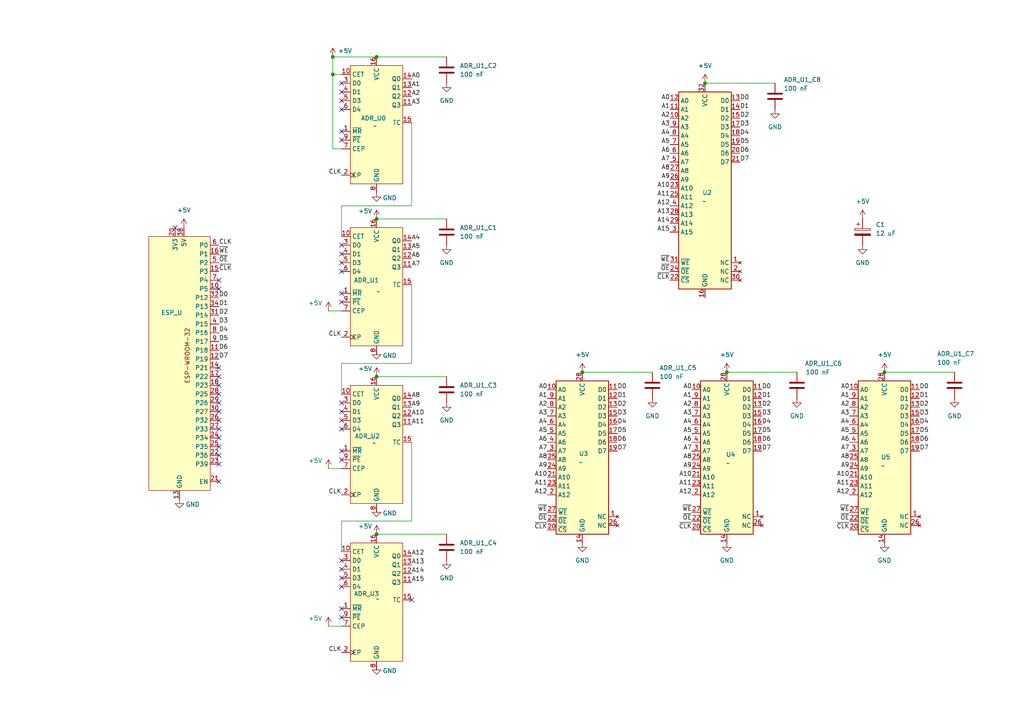
<source format=kicad_sch>
(kicad_sch (version 20250114) (generator "eeschema") (generator_version "9.0")
  (paper "A4")
  (title_block (title "EEPROM flasher") (date "2025-09-18") (rev "1") (company "Sergio Miguéns Iglesias"))
  (lib_symbols
    (symbol "Device:C" (pin_numbers (hide yes)) (pin_names (offset 0.254))
      (property "Reference" "C" (at 0.635 2.54 0))
      (property "Value" "C" (at 0.635 -2.54 0))
      (symbol "C_0_1"
        (polyline (pts (xy -2.032 0.762) (xy 2.032 0.762)) (stroke (width 0.508)))
        (polyline (pts (xy -2.032 -0.762) (xy 2.032 -0.762)) (stroke (width 0.508)))
      )
      (symbol "C_1_1"
        (pin passive line (at 0 3.81 270) (length 2.794) (name "~") (number "1"))
        (pin passive line (at 0 -3.81 90) (length 2.794) (name "~") (number "2"))
      )
    )
    (symbol "Device:C_Polarized" (pin_numbers (hide yes)) (pin_names (offset 0.254))
      (property "Reference" "C" (at 0.635 2.54 0))
      (property "Value" "C_Polarized" (at 0.635 -2.54 0))
      (symbol "C_Polarized_0_1"
        (rectangle (start -2.286 0.508) (end 2.286 1.016))
        (polyline (pts (xy -1.778 2.286) (xy -0.762 2.286)))
        (polyline (pts (xy -1.27 2.794) (xy -1.27 1.778)))
        (rectangle (start 2.286 -0.508) (end -2.286 -1.016) (fill (type outline)))
      )
      (symbol "C_Polarized_1_1"
        (pin passive line (at 0 3.81 270) (length 2.794) (name "~") (number "1"))
        (pin passive line (at 0 -3.81 90) (length 2.794) (name "~") (number "2"))
      )
    )
    (symbol "custom:28C512"
      (property "Reference" "U" (at 0.254 -0.254 0))
      (symbol "28C512_1_1"
        (rectangle (start -7.62 29.21) (end 7.62 -27.94) (stroke (width 0.254)) (fill (type background)))
        (pin input line (at -10.16 26.67 0) (length 2.54) (name "A0") (number "12"))
        (pin input line (at -10.16 24.13 0) (length 2.54) (name "A1") (number "11"))
        (pin input line (at -10.16 21.59 0) (length 2.54) (name "A2") (number "10"))
        (pin input line (at -10.16 19.05 0) (length 2.54) (name "A3") (number "9"))
        (pin input line (at -10.16 16.51 0) (length 2.54) (name "A4") (number "8"))
        (pin input line (at -10.16 13.97 0) (length 2.54) (name "A5") (number "7"))
        (pin input line (at -10.16 11.43 0) (length 2.54) (name "A6") (number "6"))
        (pin input line (at -10.16 8.89 0) (length 2.54) (name "A7") (number "5"))
        (pin input line (at -10.16 6.35 0) (length 2.54) (name "A8") (number "27"))
        (pin input line (at -10.16 3.81 0) (length 2.54) (name "A9") (number "26"))
        (pin input line (at -10.16 1.27 0) (length 2.54) (name "A10") (number "23"))
        (pin input line (at -10.16 -1.27 0) (length 2.54) (name "A11") (number "25"))
        (pin input line (at -10.16 -3.81 0) (length 2.54) (name "A12") (number "4"))
        (pin input line (at -10.16 -6.35 0) (length 2.54) (name "A13") (number "28"))
        (pin input line (at -10.16 -8.89 0) (length 2.54) (name "A14") (number "29"))
        (pin input line (at -10.16 -11.43 0) (length 2.54) (name "A15") (number "3"))
        (pin input line (at -10.16 -20.32 0) (length 2.54) (name "~{WE}") (number "31"))
        (pin input line (at -10.16 -22.86 0) (length 2.54) (name "~{OE}") (number "24"))
        (pin input line (at -10.16 -25.4 0) (length 2.54) (name "~{CS}") (number "22"))
        (pin power_in line (at 0 31.75 270) (length 2.54) (name "VCC") (number "32"))
        (pin power_in line (at 0 -30.48 90) (length 2.54) (name "GND") (number "16"))
        (pin tri_state line (at 10.16 26.67 180) (length 2.54) (name "D0") (number "13"))
        (pin tri_state line (at 10.16 24.13 180) (length 2.54) (name "D1") (number "14"))
        (pin tri_state line (at 10.16 21.59 180) (length 2.54) (name "D2") (number "15"))
        (pin tri_state line (at 10.16 19.05 180) (length 2.54) (name "D3") (number "17"))
        (pin tri_state line (at 10.16 16.51 180) (length 2.54) (name "D4") (number "18"))
        (pin tri_state line (at 10.16 13.97 180) (length 2.54) (name "D5") (number "19"))
        (pin tri_state line (at 10.16 11.43 180) (length 2.54) (name "D6") (number "20"))
        (pin tri_state line (at 10.16 8.89 180) (length 2.54) (name "D7") (number "21"))
        (pin no_connect line (at 10.16 -20.32 180) (length 2.54) (name "NC") (number "1"))
        (pin no_connect line (at 10.16 -22.86 180) (length 2.54) (name "NC") (number "2"))
        (pin no_connect line (at 10.16 -25.4 180) (length 2.54) (name "NC") (number "30"))
      )
    )
    (symbol "custom:28C64"
      (property "Reference" "U" (at 0 0 0))
      (symbol "28C64_1_1"
        (rectangle (start -7.62 22.86) (end 7.62 -21.59) (stroke (width 0.254)) (fill (type background)))
        (pin input line (at -10.16 20.32 0) (length 2.54) (name "A0") (number "10"))
        (pin input line (at -10.16 17.78 0) (length 2.54) (name "A1") (number "9"))
        (pin input line (at -10.16 15.24 0) (length 2.54) (name "A2") (number "8"))
        (pin input line (at -10.16 12.7 0) (length 2.54) (name "A3") (number "7"))
        (pin input line (at -10.16 10.16 0) (length 2.54) (name "A4") (number "6"))
        (pin input line (at -10.16 7.62 0) (length 2.54) (name "A5") (number "5"))
        (pin input line (at -10.16 5.08 0) (length 2.54) (name "A6") (number "4"))
        (pin input line (at -10.16 2.54 0) (length 2.54) (name "A7") (number "3"))
        (pin input line (at -10.16 0 0) (length 2.54) (name "A8") (number "25"))
        (pin input line (at -10.16 -2.54 0) (length 2.54) (name "A9") (number "24"))
        (pin input line (at -10.16 -5.08 0) (length 2.54) (name "A10") (number "21"))
        (pin input line (at -10.16 -7.62 0) (length 2.54) (name "A11") (number "23"))
        (pin input line (at -10.16 -10.16 0) (length 2.54) (name "A12") (number "2"))
        (pin input line (at -10.16 -15.24 0) (length 2.54) (name "~{WE}") (number "27"))
        (pin input line (at -10.16 -17.78 0) (length 2.54) (name "~{OE}") (number "22"))
        (pin input line (at -10.16 -20.32 0) (length 2.54) (name "~{CS}") (number "20"))
        (pin power_in line (at 0 25.4 270) (length 2.54) (name "VCC") (number "28"))
        (pin power_in line (at 0 -24.13 90) (length 2.54) (name "GND") (number "14"))
        (pin tri_state line (at 10.16 20.32 180) (length 2.54) (name "D0") (number "11"))
        (pin tri_state line (at 10.16 17.78 180) (length 2.54) (name "D1") (number "12"))
        (pin tri_state line (at 10.16 15.24 180) (length 2.54) (name "D2") (number "13"))
        (pin tri_state line (at 10.16 12.7 180) (length 2.54) (name "D3") (number "15"))
        (pin tri_state line (at 10.16 10.16 180) (length 2.54) (name "D4") (number "16"))
        (pin tri_state line (at 10.16 7.62 180) (length 2.54) (name "D5") (number "17"))
        (pin tri_state line (at 10.16 5.08 180) (length 2.54) (name "D6") (number "18"))
        (pin tri_state line (at 10.16 2.54 180) (length 2.54) (name "D7") (number "19"))
        (pin no_connect line (at 10.16 -16.51 180) (length 2.54) (name "NC") (number "1"))
        (pin no_connect line (at 10.16 -19.05 180) (length 2.54) (name "NC") (number "26"))
      )
    )
    (symbol "custom:74HC161"
      (property "Reference" "U" (at 0 0 0))
      (symbol "74HC161_1_1"
        (rectangle (start -7.62 16.51) (end 7.62 -17.78) (fill (type background)))
        (pin input line (at -10.16 13.97 0) (length 2.54) (name "CET") (number "10"))
        (pin input line (at -10.16 11.43 0) (length 2.54) (name "D0") (number "3"))
        (pin input line (at -10.16 8.89 0) (length 2.54) (name "D1") (number "4"))
        (pin input line (at -10.16 6.35 0) (length 2.54) (name "D3") (number "5"))
        (pin input line (at -10.16 3.81 0) (length 2.54) (name "D4") (number "6"))
        (pin input line (at -10.16 -2.54 0) (length 2.54) (name "~{MR}") (number "1"))
        (pin input line (at -10.16 -5.08 0) (length 2.54) (name "~{PE}") (number "9"))
        (pin input line (at -10.16 -7.62 0) (length 2.54) (name "CEP") (number "7"))
        (pin input clock (at -10.16 -15.24 0) (length 2.54) (name "CP") (number "2"))
        (pin power_in line (at 0 19.05 270) (length 2.54) (name "VCC") (number "16"))
        (pin power_in line (at 0 -20.32 90) (length 2.54) (name "GND") (number "8"))
        (pin output line (at 10.16 12.7 180) (length 2.54) (name "Q0") (number "14"))
        (pin output line (at 10.16 10.16 180) (length 2.54) (name "Q1") (number "13"))
        (pin output line (at 10.16 7.62 180) (length 2.54) (name "Q2") (number "12"))
        (pin output line (at 10.16 5.08 180) (length 2.54) (name "Q3") (number "11"))
        (pin output line (at 10.16 0 180) (length 2.54) (name "TC") (number "15"))
      )
    )
    (symbol "custom:ESP-WROOM-32-DevKit"
      (property "Reference" "U" (at 0 1.27 0))
      (symbol "ESP-WROOM-32-DevKit_1_1"
        (rectangle (start -8.89 36.83) (end 8.89 -36.83) (fill (type background)))
        (text "ESP-WROOM-32" (at 2.286 2.286 900) (effects (font (size 1.27 1.27))))
        (pin power_in line (at -1.27 39.37 270) (length 2.54) (name "3V3") (number "20"))
        (pin power_in line (at 0 -39.37 90) (length 2.54) (name "GND") (number "13"))
        (pin power_in line (at 0 -39.37 90) (length 2.54) (hide yes) (name "GND") (number "19"))
        (pin bidirectional line (at 0 -39.37 90) (length 2.54) (hide yes) (name "GND") (number "33"))
        (pin bidirectional line (at 0 -39.37 90) (length 2.54) (hide yes) (name "CMD") (number "37"))
        (pin power_in line (at 1.27 39.37 270) (length 2.54) (name "5V") (number "38"))
        (pin bidirectional line (at 11.43 48.26 180) (length 2.54) (hide yes) (name "CLK") (number "1"))
        (pin bidirectional line (at 11.43 45.72 180) (length 2.54) (hide yes) (name "SD0") (number "2"))
        (pin bidirectional line (at 11.43 43.18 180) (length 2.54) (hide yes) (name "SD1") (number "3"))
        (pin bidirectional line (at 11.43 40.64 180) (length 2.54) (hide yes) (name "SD3") (number "36"))
        (pin bidirectional line (at 11.43 38.1 180) (length 2.54) (hide yes) (name "SD2") (number "35"))
        (pin bidirectional line (at 11.43 34.29 180) (length 2.54) (name "P0") (number "6"))
        (pin bidirectional line (at 11.43 31.75 180) (length 2.54) (name "P1") (number "16"))
        (pin bidirectional line (at 11.43 29.21 180) (length 2.54) (name "P2") (number "5"))
        (pin bidirectional line (at 11.43 26.67 180) (length 2.54) (name "P3") (number "15"))
        (pin bidirectional line (at 11.43 24.13 180) (length 2.54) (name "P4") (number "7"))
        (pin bidirectional line (at 11.43 21.59 180) (length 2.54) (name "P5") (number "10"))
        (pin bidirectional line (at 11.43 19.05 180) (length 2.54) (name "P12") (number "32"))
        (pin bidirectional line (at 11.43 16.51 180) (length 2.54) (name "P13") (number "34"))
        (pin bidirectional line (at 11.43 13.97 180) (length 2.54) (name "P14") (number "31"))
        (pin bidirectional line (at 11.43 11.43 180) (length 2.54) (name "P15") (number "4"))
        (pin bidirectional line (at 11.43 8.89 180) (length 2.54) (name "P16") (number "8"))
        (pin bidirectional line (at 11.43 6.35 180) (length 2.54) (name "P17") (number "9"))
        (pin bidirectional line (at 11.43 3.81 180) (length 2.54) (name "P18") (number "11"))
        (pin bidirectional line (at 11.43 1.27 180) (length 2.54) (name "P19") (number "12"))
        (pin bidirectional line (at 11.43 -1.27 180) (length 2.54) (name "P21") (number "14"))
        (pin bidirectional line (at 11.43 -3.81 180) (length 2.54) (name "P22") (number "17"))
        (pin bidirectional line (at 11.43 -6.35 180) (length 2.54) (name "P23") (number "18"))
        (pin bidirectional line (at 11.43 -8.89 180) (length 2.54) (name "P25") (number "28"))
        (pin bidirectional line (at 11.43 -11.43 180) (length 2.54) (name "P26") (number "29"))
        (pin bidirectional line (at 11.43 -13.97 180) (length 2.54) (name "P27") (number "30"))
        (pin bidirectional line (at 11.43 -16.51 180) (length 2.54) (name "P32") (number "26"))
        (pin bidirectional line (at 11.43 -19.05 180) (length 2.54) (name "P33") (number "27"))
        (pin bidirectional line (at 11.43 -21.59 180) (length 2.54) (name "P34") (number "24"))
        (pin bidirectional line (at 11.43 -24.13 180) (length 2.54) (name "P35") (number "25"))
        (pin bidirectional line (at 11.43 -26.67 180) (length 2.54) (name "P36") (number "22"))
        (pin bidirectional line (at 11.43 -29.21 180) (length 2.54) (name "P39") (number "23"))
        (pin input line (at 11.43 -34.29 180) (length 2.54) (name "EN") (number "21"))
      )
    )
    (symbol "power:+5V" (power) (pin_numbers (hide yes)) (pin_names (offset 0) (hide yes))
      (property "Value" "+5V" (at 0 3.556 0))
      (symbol "+5V_0_1"
        (polyline (pts (xy -0.762 1.27) (xy 0 2.54)))
        (polyline (pts (xy 0 2.54) (xy 0.762 1.27)))
        (polyline (pts (xy 0 0) (xy 0 2.54)))
      )
      (symbol "+5V_1_1"
        (pin power_in line (at 0 0 90) (length 0) (name "~") (number "1"))
      )
    )
    (symbol "power:GND" (power) (pin_numbers (hide yes)) (pin_names (offset 0) (hide yes))
      (property "Value" "GND" (at 0 -3.81 0))
      (symbol "GND_0_1"
        (polyline (pts (xy 0 0) (xy 0 -1.27) (xy 1.27 -1.27) (xy 0 -2.54) (xy -1.27 -1.27) (xy 0 -1.27)))
      )
      (symbol "GND_1_1"
        (pin power_in line (at 0 0 270) (length 0) (name "~") (number "1"))
      )
    )
  )
  (junction (at 109.22 16.51))
  (junction (at 210.82 107.95))
  (junction (at 109.22 109.22))
  (junction (at 96.52 21.59))
  (junction (at 256.54 107.95))
  (junction (at 109.22 63.5))
  (junction (at 96.52 16.51))
  (junction (at 109.22 154.94))
  (junction (at 204.47 24.13))
  (junction (at 168.91 107.95))
  (no_connect (at 99.06 162.56))
  (no_connect (at 99.06 29.21))
  (no_connect (at 99.06 71.12))
  (no_connect (at 99.06 40.64))
  (no_connect (at 63.5 116.84))
  (no_connect (at 119.38 173.99))
  (no_connect (at 99.06 119.38))
  (no_connect (at 99.06 87.63))
  (no_connect (at 99.06 176.53))
  (no_connect (at 99.06 165.1))
  (no_connect (at 99.06 85.09))
  (no_connect (at 99.06 24.13))
  (no_connect (at 99.06 170.18))
  (no_connect (at 63.5 81.28))
  (no_connect (at 99.06 179.07))
  (no_connect (at 99.06 73.66))
  (no_connect (at 63.5 121.92))
  (no_connect (at 63.5 111.76))
  (no_connect (at 63.5 83.82))
  (no_connect (at 99.06 31.75))
  (no_connect (at 63.5 119.38))
  (no_connect (at 99.06 124.46))
  (no_connect (at 63.5 114.3))
  (no_connect (at 99.06 116.84))
  (no_connect (at 99.06 78.74))
  (no_connect (at 99.06 76.2))
  (no_connect (at 99.06 26.67))
  (no_connect (at 63.5 132.08))
  (no_connect (at 99.06 130.81))
  (no_connect (at 63.5 106.68))
  (no_connect (at 99.06 133.35))
  (no_connect (at 63.5 124.46))
  (no_connect (at 63.5 139.7))
  (no_connect (at 99.06 38.1))
  (no_connect (at 99.06 167.64))
  (no_connect (at 50.8 66.04))
  (no_connect (at 63.5 109.22))
  (no_connect (at 63.5 127))
  (no_connect (at 63.5 134.62))
  (no_connect (at 99.06 121.92))
  (no_connect (at 63.5 129.54))
  (wire (pts (xy 95.25 90.17) (xy 99.06 90.17)))
  (wire (pts (xy 96.52 16.51) (xy 109.22 16.51)))
  (wire (pts (xy 210.82 107.95) (xy 231.14 107.95)))
  (wire (pts (xy 119.38 59.69) (xy 119.38 35.56)))
  (wire (pts (xy 109.22 102.87) (xy 109.22 101.6)))
  (wire (pts (xy 96.52 43.18) (xy 96.52 21.59)))
  (wire (pts (xy 109.22 63.5) (xy 129.54 63.5)))
  (wire (pts (xy 109.22 194.31) (xy 109.22 193.04)))
  (wire (pts (xy 109.22 154.94) (xy 129.54 154.94)))
  (wire (pts (xy 119.38 105.41) (xy 99.06 105.41)))
  (wire (pts (xy 96.52 21.59) (xy 96.52 16.51)))
  (wire (pts (xy 99.06 151.13) (xy 119.38 151.13)))
  (wire (pts (xy 95.25 181.61) (xy 99.06 181.61)))
  (wire (pts (xy 109.22 109.22) (xy 129.54 109.22)))
  (wire (pts (xy 95.25 135.89) (xy 99.06 135.89)))
  (wire (pts (xy 168.91 107.95) (xy 189.23 107.95)))
  (wire (pts (xy 99.06 43.18) (xy 96.52 43.18)))
  (wire (pts (xy 109.22 148.59) (xy 109.22 147.32)))
  (wire (pts (xy 99.06 151.13) (xy 99.06 160.02)))
  (wire (pts (xy 109.22 16.51) (xy 129.54 16.51)))
  (wire (pts (xy 99.06 59.69) (xy 119.38 59.69)))
  (wire (pts (xy 99.06 68.58) (xy 99.06 59.69)))
  (wire (pts (xy 99.06 105.41) (xy 99.06 114.3)))
  (wire (pts (xy 256.54 107.95) (xy 276.86 107.95)))
  (wire (pts (xy 119.38 82.55) (xy 119.38 105.41)))
  (wire (pts (xy 119.38 151.13) (xy 119.38 128.27)))
  (wire (pts (xy 96.52 21.59) (xy 99.06 21.59)))
  (wire (pts (xy 204.47 24.13) (xy 224.79 24.13)))
  (label "A7" (at 119.38 77.47 0))
  (label "D7" (at 63.5 104.14 0))
  (label "D2" (at 214.63 34.29 0))
  (label "A0" (at 246.38 113.03 180))
  (label "A2" (at 158.75 118.11 180))
  (label "~{OE}" (at 63.5 76.2 0))
  (label "A9" (at 194.31 52.07 180))
  (label "~{WE}" (at 194.31 76.2 180))
  (label "D1" (at 63.5 88.9 0))
  (label "A4" (at 246.38 123.19 180))
  (label "A0" (at 194.31 29.21 180))
  (label "A9" (at 246.38 135.89 180))
  (label "D6" (at 63.5 101.6 0))
  (label "A3" (at 194.31 36.83 180))
  (label "D5" (at 220.98 125.73 0))
  (label "A11" (at 119.38 123.19 0))
  (label "A9" (at 119.38 118.11 0))
  (label "D4" (at 266.7 123.19 0))
  (label "A8" (at 246.38 133.35 180))
  (label "CLK" (at 99.06 189.23 180))
  (label "A14" (at 119.38 166.37 0))
  (label "A6" (at 246.38 128.27 180))
  (label "A11" (at 200.66 140.97 180))
  (label "A2" (at 194.31 34.29 180))
  (label "A8" (at 119.38 115.57 0))
  (label "D4" (at 220.98 123.19 0))
  (label "D6" (at 266.7 128.27 0))
  (label "D0" (at 179.07 113.03 0))
  (label "A3" (at 158.75 120.65 180))
  (label "A4" (at 119.38 69.85 0))
  (label "A8" (at 200.66 133.35 180))
  (label "A12" (at 200.66 143.51 180))
  (label "A2" (at 246.38 118.11 180))
  (label "A12" (at 158.75 143.51 180))
  (label "A0" (at 158.75 113.03 180))
  (label "D5" (at 266.7 125.73 0))
  (label "D4" (at 179.07 123.19 0))
  (label "D6" (at 179.07 128.27 0))
  (label "~{WE}" (at 200.66 148.59 180))
  (label "CLK" (at 99.06 50.8 180))
  (label "A6" (at 119.38 74.93 0))
  (label "A1" (at 119.38 25.4 0))
  (label "D2" (at 266.7 118.11 0))
  (label "D5" (at 179.07 125.73 0))
  (label "CLK" (at 99.06 97.79 180))
  (label "A7" (at 246.38 130.81 180))
  (label "~{OE}" (at 200.66 151.13 180))
  (label "A15" (at 119.38 168.91 0))
  (label "D3" (at 220.98 120.65 0))
  (label "D0" (at 266.7 113.03 0))
  (label "A5" (at 119.38 72.39 0))
  (label "~{WE}" (at 158.75 148.59 180))
  (label "A7" (at 158.75 130.81 180))
  (label "~{CLK}" (at 158.75 153.67 180))
  (label "A2" (at 119.38 27.94 0))
  (label "A12" (at 246.38 143.51 180))
  (label "A6" (at 158.75 128.27 180))
  (label "A1" (at 194.31 31.75 180))
  (label "A3" (at 246.38 120.65 180))
  (label "A12" (at 194.31 59.69 180))
  (label "A11" (at 194.31 57.15 180))
  (label "A14" (at 194.31 64.77 180))
  (label "D0" (at 214.63 29.21 0))
  (label "D5" (at 214.63 41.91 0))
  (label "A10" (at 194.31 54.61 180))
  (label "~{CLK}" (at 194.31 81.28 180))
  (label "D3" (at 179.07 120.65 0))
  (label "~{OE}" (at 194.31 78.74 180))
  (label "D0" (at 220.98 113.03 0))
  (label "D3" (at 266.7 120.65 0))
  (label "D3" (at 63.5 93.98 0))
  (label "D4" (at 63.5 96.52 0))
  (label "A13" (at 194.31 62.23 180))
  (label "A8" (at 194.31 49.53 180))
  (label "D4" (at 214.63 39.37 0))
  (label "D1" (at 179.07 115.57 0))
  (label "D5" (at 63.5 99.06 0))
  (label "D6" (at 220.98 128.27 0))
  (label "A10" (at 119.38 120.65 0))
  (label "A3" (at 200.66 120.65 180))
  (label "~{WE}" (at 246.38 148.59 180))
  (label "A12" (at 119.38 161.29 0))
  (label "D2" (at 179.07 118.11 0))
  (label "~{CLK}" (at 63.5 78.74 0))
  (label "~{OE}" (at 246.38 151.13 180))
  (label "D2" (at 63.5 91.44 0))
  (label "D1" (at 220.98 115.57 0))
  (label "A6" (at 200.66 128.27 180))
  (label "~{CLK}" (at 200.66 153.67 180))
  (label "A9" (at 158.75 135.89 180))
  (label "D7" (at 220.98 130.81 0))
  (label "D1" (at 214.63 31.75 0))
  (label "A1" (at 158.75 115.57 180))
  (label "A7" (at 200.66 130.81 180))
  (label "A4" (at 200.66 123.19 180))
  (label "A0" (at 200.66 113.03 180))
  (label "A1" (at 246.38 115.57 180))
  (label "A7" (at 194.31 46.99 180))
  (label "CLK" (at 63.5 71.12 0))
  (label "A15" (at 194.31 67.31 180))
  (label "A5" (at 200.66 125.73 180))
  (label "D2" (at 220.98 118.11 0))
  (label "D7" (at 214.63 46.99 0))
  (label "~{WE}" (at 63.5 73.66 0))
  (label "A5" (at 158.75 125.73 180))
  (label "A13" (at 119.38 163.83 0))
  (label "A11" (at 246.38 140.97 180))
  (label "A0" (at 119.38 22.86 0))
  (label "A4" (at 158.75 123.19 180))
  (label "A11" (at 158.75 140.97 180))
  (label "A8" (at 158.75 133.35 180))
  (label "A10" (at 246.38 138.43 180))
  (label "A4" (at 194.31 39.37 180))
  (label "~{OE}" (at 158.75 151.13 180))
  (label "D0" (at 63.5 86.36 0))
  (label "A3" (at 119.38 30.48 0))
  (label "A2" (at 200.66 118.11 180))
  (label "D3" (at 214.63 36.83 0))
  (label "CLK" (at 99.06 143.51 180))
  (label "A1" (at 200.66 115.57 180))
  (label "~{CLK}" (at 246.38 153.67 180))
  (label "A6" (at 194.31 44.45 180))
  (label "D6" (at 214.63 44.45 0))
  (label "D7" (at 179.07 130.81 0))
  (label "D7" (at 266.7 130.81 0))
  (label "A10" (at 200.66 138.43 180))
  (label "A10" (at 158.75 138.43 180))
  (label "A5" (at 246.38 125.73 180))
  (label "A9" (at 200.66 135.89 180))
  (label "D1" (at 266.7 115.57 0))
  (label "A5" (at 194.31 41.91 180))
  (symbol (lib_id "Device:C") (at 231.14 111.76 0) (unit 1)
    (property "Reference" "ADR_U1_C6" (at 233.426 105.41 0) (effects (justify left)))
    (property "Value" "100 nF" (at 233.68 107.9501 0) (effects (justify left)))
    (property "Description" "Unpolarized capacitor" (effects (hide yes)))
  )
  (symbol (lib_id "custom:28C64") (at 168.91 133.35 0) (unit 1)
    (property "Reference" "U3" (at 167.894 131.572 0) (effects (justify left)))
    (property "Value" "~" (at 167.894 134.112 0) (effects (justify left)))
  )
  (symbol (lib_id "power:GND") (at 129.54 71.12 0) (unit 1)
    (property "Reference" "#PWR021" (effects (hide yes)))
    (property "Value" "GND" (at 129.54 76.2 0))
    (property "Description" "Power symbol creates a global label with name \"GND\" , ground" (effects (hide yes)))
  )
  (symbol (lib_id "power:+5V") (at 96.52 16.51 0) (unit 1)
    (property "Reference" "#PWR02" (effects (hide yes)))
    (property "Value" "+5V" (at 100.076 14.732 0))
    (property "Description" "Power symbol creates a global label with name \"+5V\"" (effects (hide yes)))
  )
  (symbol (lib_id "power:+5V") (at 95.25 135.89 0) (unit 1)
    (property "Reference" "#PWR06" (effects (hide yes)))
    (property "Value" "+5V" (at 91.44 133.604 0))
    (property "Description" "Power symbol creates a global label with name \"+5V\"" (effects (hide yes)))
  )
  (symbol (lib_id "custom:28C64") (at 256.54 133.35 0) (unit 1)
    (property "Reference" "U5" (at 255.524 132.588 0) (effects (justify left)))
    (property "Value" "~" (at 255.524 135.128 0) (effects (justify left)))
  )
  (symbol (lib_id "Device:C") (at 189.23 111.76 0) (unit 1)
    (property "Reference" "ADR_U1_C5" (at 191.262 106.68 0) (effects (justify left)))
    (property "Value" "100 nF" (at 191.262 109.22 0) (effects (justify left)))
    (property "Description" "Unpolarized capacitor" (effects (hide yes)))
  )
  (symbol (lib_id "custom:74HC161") (at 109.22 35.56 0) (unit 1)
    (property "Reference" "ADR_U0" (at 104.648 34.29 0) (effects (justify left)))
    (property "Value" "~" (at 108.204 36.576 0) (effects (justify left)))
  )
  (symbol (lib_id "Device:C") (at 129.54 158.75 0) (unit 1)
    (property "Reference" "ADR_U1_C4" (at 133.35 157.4799 0) (effects (justify left)))
    (property "Value" "100 nF" (at 133.35 160.0199 0) (effects (justify left)))
    (property "Description" "Unpolarized capacitor" (effects (hide yes)))
  )
  (symbol (lib_id "power:GND") (at 109.22 101.6 0) (unit 1)
    (property "Reference" "#PWR04" (effects (hide yes)))
    (property "Value" "GND" (at 113.03 103.124 0))
    (property "Description" "Power symbol creates a global label with name \"GND\" , ground" (effects (hide yes)))
  )
  (symbol (lib_id "Device:C") (at 224.79 27.94 0) (unit 1)
    (property "Reference" "ADR_U1_C8" (at 227.33 23.114 0) (effects (justify left)))
    (property "Value" "100 nF" (at 227.33 25.654 0) (effects (justify left)))
    (property "Description" "Unpolarized capacitor" (effects (hide yes)))
  )
  (symbol (lib_id "power:+5V") (at 95.25 181.61 0) (unit 1)
    (property "Reference" "#PWR09" (effects (hide yes)))
    (property "Value" "+5V" (at 91.44 179.324 0))
    (property "Description" "Power symbol creates a global label with name \"+5V\"" (effects (hide yes)))
  )
  (symbol (lib_id "power:GND") (at 276.86 115.57 0) (unit 1)
    (property "Reference" "#PWR027" (effects (hide yes)))
    (property "Value" "GND" (at 276.86 120.65 0))
    (property "Description" "Power symbol creates a global label with name \"GND\" , ground" (effects (hide yes)))
  )
  (symbol (lib_id "custom:74HC161") (at 109.22 82.55 0) (unit 1)
    (property "Reference" "ADR_U1" (at 102.616 81.28 0) (effects (justify left)))
    (property "Value" "~" (at 109.22 84.582 0) (effects (justify left)))
  )
  (symbol (lib_id "power:GND") (at 129.54 116.84 0) (unit 1)
    (property "Reference" "#PWR023" (effects (hide yes)))
    (property "Value" "GND" (at 129.54 121.92 0))
    (property "Description" "Power symbol creates a global label with name \"GND\" , ground" (effects (hide yes)))
  )
  (symbol (lib_id "power:+5V") (at 109.22 109.22 0) (unit 1)
    (property "Reference" "#PWR07" (effects (hide yes)))
    (property "Value" "+5V" (at 105.918 106.934 0))
    (property "Description" "Power symbol creates a global label with name \"+5V\"" (effects (hide yes)))
  )
  (symbol (lib_id "power:GND") (at 109.22 147.32 0) (unit 1)
    (property "Reference" "#PWR08" (effects (hide yes)))
    (property "Value" "GND" (at 113.03 148.844 0))
    (property "Description" "Power symbol creates a global label with name \"GND\" , ground" (effects (hide yes)))
  )
  (symbol (lib_id "power:GND") (at 256.54 157.48 0) (unit 1)
    (property "Reference" "#PWR020" (effects (hide yes)))
    (property "Value" "GND" (at 256.54 162.56 0))
    (property "Description" "Power symbol creates a global label with name \"GND\" , ground" (effects (hide yes)))
  )
  (symbol (lib_id "power:+5V") (at 53.34 66.04 0) (unit 1)
    (property "Reference" "#PWR012" (effects (hide yes)))
    (property "Value" "+5V" (at 53.34 60.96 0))
    (property "Description" "Power symbol creates a global label with name \"+5V\"" (effects (hide yes)))
  )
  (symbol (lib_id "custom:ESP-WROOM-32-DevKit") (at 52.07 105.41 0) (unit 1)
    (property "Reference" "ESP_U" (at 46.736 90.678 0) (effects (justify left)))
    (property "Value" "~" (at 62.23 106.6799 0) (effects (justify left)))
  )
  (symbol (lib_id "power:GND") (at 250.19 71.12 0) (unit 1)
    (property "Reference" "#PWR030" (effects (hide yes)))
    (property "Value" "GND" (at 250.19 76.2 0))
    (property "Description" "Power symbol creates a global label with name \"GND\" , ground" (effects (hide yes)))
  )
  (symbol (lib_id "custom:74HC161") (at 109.22 173.99 0) (unit 1)
    (property "Reference" "ADR_U3" (at 102.616 172.212 0) (effects (justify left)))
    (property "Value" "~" (at 108.966 173.736 0) (effects (justify left)))
  )
  (symbol (lib_id "power:GND") (at 109.22 193.04 0) (unit 1)
    (property "Reference" "#PWR011" (effects (hide yes)))
    (property "Value" "GND" (at 113.03 194.564 0))
    (property "Description" "Power symbol creates a global label with name \"GND\" , ground" (effects (hide yes)))
  )
  (symbol (lib_id "power:+5V") (at 210.82 107.95 0) (unit 1)
    (property "Reference" "#PWR016" (effects (hide yes)))
    (property "Value" "+5V" (at 210.82 102.87 0))
    (property "Description" "Power symbol creates a global label with name \"+5V\"" (effects (hide yes)))
  )
  (symbol (lib_id "power:+5V") (at 168.91 107.95 0) (unit 1)
    (property "Reference" "#PWR015" (effects (hide yes)))
    (property "Value" "+5V" (at 168.91 102.87 0))
    (property "Description" "Power symbol creates a global label with name \"+5V\"" (effects (hide yes)))
  )
  (symbol (lib_id "custom:28C64") (at 210.82 133.35 0) (unit 1)
    (property "Reference" "U4" (at 210.566 131.826 0) (effects (justify left)))
    (property "Value" "~" (at 210.566 134.366 0) (effects (justify left)))
  )
  (symbol (lib_id "Device:C") (at 276.86 111.76 0) (unit 1)
    (property "Reference" "ADR_U1_C7" (at 271.78 102.616 0) (effects (justify left)))
    (property "Value" "100 nF" (at 271.78 105.156 0) (effects (justify left)))
    (property "Description" "Unpolarized capacitor" (effects (hide yes)))
  )
  (symbol (lib_id "power:GND") (at 52.07 144.78 0) (unit 1)
    (property "Reference" "#PWR013" (effects (hide yes)))
    (property "Value" "GND" (at 55.88 146.304 0))
    (property "Description" "Power symbol creates a global label with name \"GND\" , ground" (effects (hide yes)))
  )
  (symbol (lib_id "power:+5V") (at 250.19 63.5 0) (unit 1)
    (property "Reference" "#PWR029" (effects (hide yes)))
    (property "Value" "+5V" (at 250.19 58.42 0))
    (property "Description" "Power symbol creates a global label with name \"+5V\"" (effects (hide yes)))
  )
  (symbol (lib_id "power:+5V") (at 204.47 24.13 0) (unit 1)
    (property "Reference" "#PWR014" (effects (hide yes)))
    (property "Value" "+5V" (at 204.47 19.05 0))
    (property "Description" "Power symbol creates a global label with name \"+5V\"" (effects (hide yes)))
  )
  (symbol (lib_id "power:GND") (at 168.91 157.48 0) (unit 1)
    (property "Reference" "#PWR018" (effects (hide yes)))
    (property "Value" "GND" (at 168.91 162.56 0))
    (property "Description" "Power symbol creates a global label with name \"GND\" , ground" (effects (hide yes)))
  )
  (symbol (lib_id "custom:74HC161") (at 109.22 128.27 0) (unit 1)
    (property "Reference" "ADR_U2" (at 102.87 126.492 0) (effects (justify left)))
    (property "Value" "~" (at 107.95 128.524 0) (effects (justify left)))
  )
  (symbol (lib_id "power:GND") (at 210.82 157.48 0) (unit 1)
    (property "Reference" "#PWR019" (effects (hide yes)))
    (property "Value" "GND" (at 210.82 162.56 0))
    (property "Description" "Power symbol creates a global label with name \"GND\" , ground" (effects (hide yes)))
  )
  (symbol (lib_id "power:+5V") (at 109.22 63.5 0) (unit 1)
    (property "Reference" "#PWR05" (effects (hide yes)))
    (property "Value" "+5V" (at 105.918 61.214 0))
    (property "Description" "Power symbol creates a global label with name \"+5V\"" (effects (hide yes)))
  )
  (symbol (lib_id "Device:C") (at 129.54 20.32 0) (unit 1)
    (property "Reference" "ADR_U1_C2" (at 133.35 19.0499 0) (effects (justify left)))
    (property "Value" "100 nF" (at 133.35 21.5899 0) (effects (justify left)))
    (property "Description" "Unpolarized capacitor" (effects (hide yes)))
  )
  (symbol (lib_id "power:GND") (at 231.14 115.57 0) (unit 1)
    (property "Reference" "#PWR026" (effects (hide yes)))
    (property "Value" "GND" (at 231.14 120.65 0))
    (property "Description" "Power symbol creates a global label with name \"GND\" , ground" (effects (hide yes)))
  )
  (symbol (lib_id "power:+5V") (at 95.25 90.17 0) (unit 1)
    (property "Reference" "#PWR03" (effects (hide yes)))
    (property "Value" "+5V" (at 91.44 87.884 0))
    (property "Description" "Power symbol creates a global label with name \"+5V\"" (effects (hide yes)))
  )
  (symbol (lib_id "power:GND") (at 224.79 31.75 0) (unit 1)
    (property "Reference" "#PWR028" (effects (hide yes)))
    (property "Value" "GND" (at 224.79 36.83 0))
    (property "Description" "Power symbol creates a global label with name \"GND\" , ground" (effects (hide yes)))
  )
  (symbol (lib_id "power:GND") (at 129.54 24.13 0) (unit 1)
    (property "Reference" "#PWR022" (effects (hide yes)))
    (property "Value" "GND" (at 129.54 29.21 0))
    (property "Description" "Power symbol creates a global label with name \"GND\" , ground" (effects (hide yes)))
  )
  (symbol (lib_id "power:GND") (at 129.54 162.56 0) (unit 1)
    (property "Reference" "#PWR024" (effects (hide yes)))
    (property "Value" "GND" (at 129.54 167.64 0))
    (property "Description" "Power symbol creates a global label with name \"GND\" , ground" (effects (hide yes)))
  )
  (symbol (lib_id "power:GND") (at 109.22 55.88 0) (unit 1)
    (property "Reference" "#PWR01" (effects (hide yes)))
    (property "Value" "GND" (at 113.03 57.404 0))
    (property "Description" "Power symbol creates a global label with name \"GND\" , ground" (effects (hide yes)))
  )
  (symbol (lib_id "Device:C_Polarized") (at 250.19 67.31 0) (unit 1)
    (property "Reference" "C1" (at 254 65.1509 0) (effects (justify left)))
    (property "Value" "12 uF" (at 254 67.6909 0) (effects (justify left)))
    (property "Description" "Polarized capacitor" (effects (hide yes)))
  )
  (symbol (lib_id "power:+5V") (at 256.54 107.95 0) (unit 1)
    (property "Reference" "#PWR017" (effects (hide yes)))
    (property "Value" "+5V" (at 256.54 102.87 0))
    (property "Description" "Power symbol creates a global label with name \"+5V\"" (effects (hide yes)))
  )
  (symbol (lib_id "Device:C") (at 129.54 113.03 0) (unit 1)
    (property "Reference" "ADR_U1_C3" (at 133.35 111.7599 0) (effects (justify left)))
    (property "Value" "100 nF" (at 133.35 114.2999 0) (effects (justify left)))
    (property "Description" "Unpolarized capacitor" (effects (hide yes)))
  )
  (symbol (lib_id "Device:C") (at 129.54 67.31 0) (unit 1)
    (property "Reference" "ADR_U1_C1" (at 133.35 66.0399 0) (effects (justify left)))
    (property "Value" "100 nF" (at 133.35 68.5799 0) (effects (justify left)))
    (property "Description" "Unpolarized capacitor" (effects (hide yes)))
  )
  (symbol (lib_id "power:GND") (at 189.23 115.57 0) (unit 1)
    (property "Reference" "#PWR025" (effects (hide yes)))
    (property "Value" "GND" (at 189.23 120.65 0))
    (property "Description" "Power symbol creates a global label with name \"GND\" , ground" (effects (hide yes)))
  )
  (symbol (lib_id "custom:28C512") (at 204.47 55.88 0) (unit 1)
    (property "Reference" "U2" (at 203.708 55.88 0) (effects (justify left)))
    (property "Value" "~" (at 203.708 58.42 0) (effects (justify left)))
  )
  (symbol (lib_id "power:+5V") (at 109.22 154.94 0) (unit 1)
    (property "Reference" "#PWR010" (effects (hide yes)))
    (property "Value" "+5V" (at 105.918 152.654 0))
    (property "Description" "Power symbol creates a global label with name \"+5V\"" (effects (hide yes)))
  )
)
</source>
